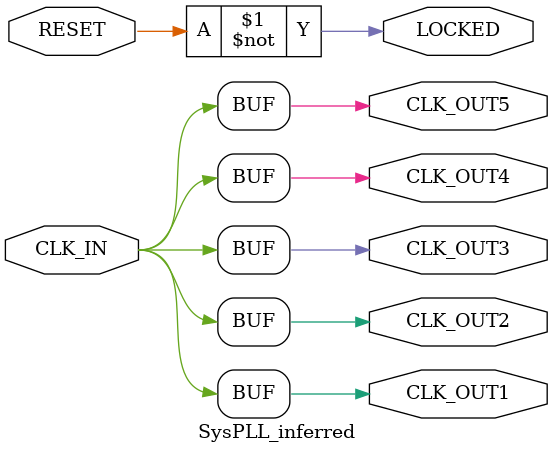
<source format=sv>

module SysPLL_inferred(
  // Clock in ports
  input     CLK_IN,
  // Clock out ports
  output    CLK_OUT1,
  output    CLK_OUT2,
  output    CLK_OUT3,
  output    CLK_OUT4,
  output    CLK_OUT5,
  // Status and control signals
  input     RESET,
  output    LOCKED
 );

  assign CLK_OUT1 = CLK_IN;
  assign CLK_OUT2 = CLK_IN;
  assign CLK_OUT3 = CLK_IN;
  assign CLK_OUT4 = CLK_IN;
  assign CLK_OUT5 = CLK_IN;
  assign LOCKED = ~RESET;

endmodule

</source>
